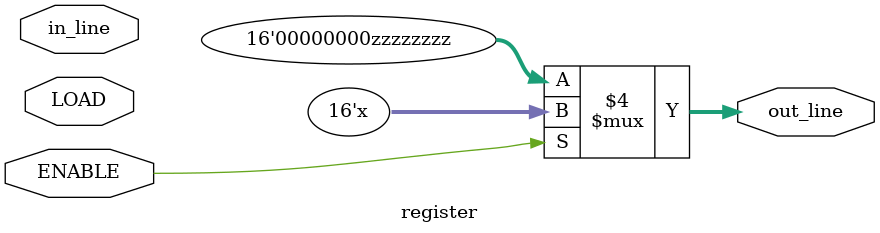
<source format=v>
`timescale 10ns / 1ns



module register(LOAD, ENABLE, in_line, out_line);
    // defining input and output ports
    input LOAD, ENABLE;
    input [15:0] in_line;

    output reg [15:0] out_line;

    reg [15:0] R = 0; // initialising value at register to zero

    // following is executed whenever LOAD or ENABLE is modified
    always @ (LOAD or ENABLE)
        begin
            // if LOAD is high, then the value provided through "in_line" is assigned to the register
            if (LOAD) begin
                R <= in_line;
            end
            // if ENABLE is high, then the value in R can be accessed through "out_line"
            if (ENABLE)
                out_line <= R;
            // else, out_line is at high impedence state
            else
                out_line <= 8'bz;
        end
endmodule

</source>
